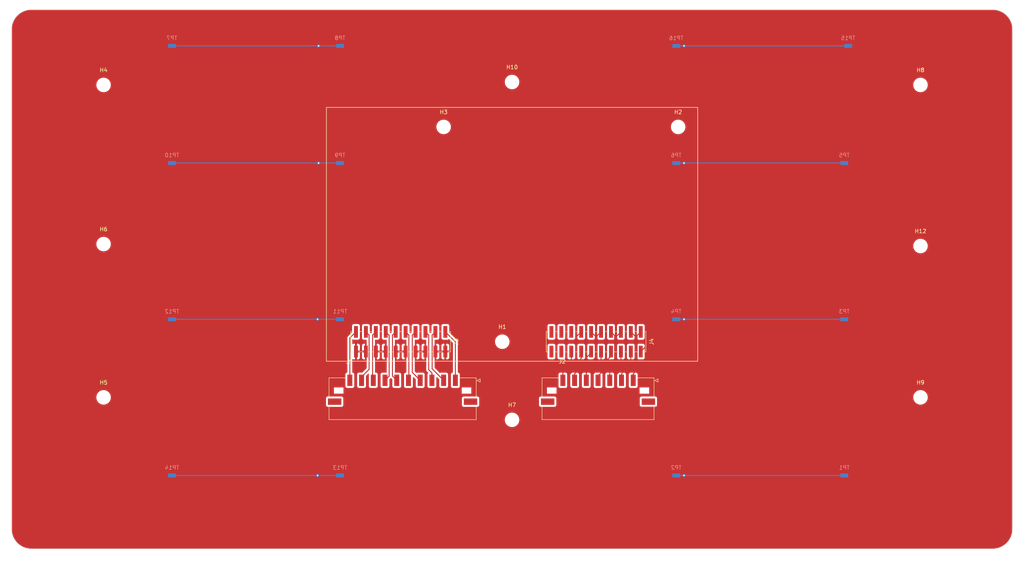
<source format=kicad_pcb>
(kicad_pcb (version 20221018) (generator pcbnew)
  (layers (0 "F.Cu" signal) (31 "B.Cu" signal) (34 "B.Paste" user) (35 "F.Paste" user) (36 "B.SilkS" user "B.Silkscreen") (37 "F.SilkS" user "F.Silkscreen") (38 "B.Mask" user) (39 "F.Mask" user) (44 "Edge.Cuts" user))
  (net 0 "")
  (net 1 "Net-(J2-Pin_1)")
  (net 2 "Net-(J2-Pin_2)")
  (net 3 "Net-(J2-Pin_3)")
  (net 4 "Net-(J2-Pin_4)")
  (net 5 "Net-(J2-Pin_5)")
  (net 6 "Net-(J2-Pin_6)")
  (net 7 "Net-(J2-Pin_7)")
  (net 8 "Net-(J4-Pin_1)")
  (net 9 "Net-(J4-Pin_3)")
  (net 10 "Net-(J4-Pin_5)")
  (net 11 "Net-(J4-Pin_7)")
  (net 12 "Net-(J4-Pin_9)")
  (net 13 "Net-(J4-Pin_11)")
  (net 14 "Net-(J4-Pin_13)")
  (net 15 "Net-(J4-Pin_15)")
  (net 21 "Net-(J1-Pin_10)")
  (net 22 "GND")
  (net 23 "Net-(J1-Pin_9)")
  (net 24 "Net-(J1-Pin_8)")
  (net 25 "Net-(J1-Pin_7)")
  (net 26 "Net-(J1-Pin_6)")
  (net 27 "Net-(J1-Pin_5)")
  (net 28 "Net-(J1-Pin_4)")
  (net 29 "Net-(J1-Pin_3)")
  (net 30 "Net-(J1-Pin_2)")
  (net 31 "Net-(J1-Pin_1)")
  (footprint "MountingHole:MountingHole_3.2mm_M3_DIN965" (layer "F.Cu") (at 252.5 39.25)
    (fp_text reference "H8" (at 0 -3.8) (layer "F.SilkS"))
    (fp_text value "MountingHole")
    (pad "" np_thru_hole circle (at 0 0) (size 3.2 3.2) (drill 3.2) (layers "*.Cu" "*.Mask"))
  )
  (footprint "Connector_PinSocket_2.54mm:PinSocket_2x10_P2.54mm_Vertical_SMD" (layer "F.Cu") (at 169.5 105 -90)
    (fp_text reference "J4" (at 0 -14.2 90) (layer "F.SilkS"))
    (fp_text value "Conn_02x10_Odd_Even")
    (fp_line (start -2.6 -12.76) (end -2.6 -12.19) (stroke (width 0.12)) (layer "F.SilkS"))
    (fp_line (start -2.6 -12.76) (end 2.6 -12.76) (stroke (width 0.12)) (layer "F.SilkS"))
    (fp_line (start -2.6 -10.67) (end -2.6 -9.65) (stroke (width 0.12)) (layer "F.SilkS"))
    (fp_line (start -2.6 -8.13) (end -2.6 -7.11) (stroke (width 0.12)) (layer "F.SilkS"))
    (fp_line (start -2.6 -5.59) (end -2.6 -4.57) (stroke (width 0.12)) (layer "F.SilkS"))
    (fp_line (start -2.6 -3.05) (end -2.6 -2.03) (stroke (width 0.12)) (layer "F.SilkS"))
    (fp_line (start -2.6 -0.51) (end -2.6 0.51) (stroke (width 0.12)) (layer "F.SilkS"))
    (fp_line (start -2.6 2.03) (end -2.6 3.05) (stroke (width 0.12)) (layer "F.SilkS"))
    (fp_line (start -2.6 4.57) (end -2.6 5.59) (stroke (width 0.12)) (layer "F.SilkS"))
    (fp_line (start -2.6 7.11) (end -2.6 8.13) (stroke (width 0.12)) (layer "F.SilkS"))
    (fp_line (start -2.6 9.65) (end -2.6 10.67) (stroke (width 0.12)) (layer "F.SilkS"))
    (fp_line (start -2.6 12.19) (end -2.6 12.76) (stroke (width 0.12)) (layer "F.SilkS"))
    (fp_line (start -2.6 12.76) (end 2.6 12.76) (stroke (width 0.12)) (layer "F.SilkS"))
    (fp_line (start 2.6 -12.76) (end 2.6 -12.19) (stroke (width 0.12)) (layer "F.SilkS"))
    (fp_line (start 2.6 -12.19) (end 3.96 -12.19) (stroke (width 0.12)) (layer "F.SilkS"))
    (fp_line (start 2.6 -10.67) (end 2.6 -9.65) (stroke (width 0.12)) (layer "F.SilkS"))
    (fp_line (start 2.6 -8.13) (end 2.6 -7.11) (stroke (width 0.12)) (layer "F.SilkS"))
    (fp_line (start 2.6 -5.59) (end 2.6 -4.57) (stroke (width 0.12)) (layer "F.SilkS"))
    (fp_line (start 2.6 -3.05) (end 2.6 -2.03) (stroke (width 0.12)) (layer "F.SilkS"))
    (fp_line (start 2.6 -0.51) (end 2.6 0.51) (stroke (width 0.12)) (layer "F.SilkS"))
    (fp_line (start 2.6 2.03) (end 2.6 3.05) (stroke (width 0.12)) (layer "F.SilkS"))
    (fp_line (start 2.6 4.57) (end 2.6 5.59) (stroke (width 0.12)) (layer "F.SilkS"))
    (fp_line (start 2.6 7.11) (end 2.6 8.13) (stroke (width 0.12)) (layer "F.SilkS"))
    (fp_line (start 2.6 9.65) (end 2.6 10.67) (stroke (width 0.12)) (layer "F.SilkS"))
    (fp_line (start 2.6 12.19) (end 2.6 12.76) (stroke (width 0.12)) (layer "F.SilkS"))
    (pad "1" smd rect (at 2.52 -11.43 270) (size 3 1) (layers "F.Cu" "F.Paste" "F.Mask") (net 8 "Net-(J4-Pin_1)"))
    (pad "2" smd rect (at -2.52 -11.43 270) (size 3 1) (layers "F.Cu" "F.Paste" "F.Mask") (net 1 "Net-(J2-Pin_1)"))
    (pad "3" smd rect (at 2.52 -8.89 270) (size 3 1) (layers "F.Cu" "F.Paste" "F.Mask") (net 9 "Net-(J4-Pin_3)"))
    (pad "4" smd rect (at -2.52 -8.89 270) (size 3 1) (layers "F.Cu" "F.Paste" "F.Mask") (net 2 "Net-(J2-Pin_2)"))
    (pad "5" smd rect (at 2.52 -6.35 270) (size 3 1) (layers "F.Cu" "F.Paste" "F.Mask") (net 10 "Net-(J4-Pin_5)"))
    (pad "6" smd rect (at -2.52 -6.35 270) (size 3 1) (layers "F.Cu" "F.Paste" "F.Mask") (net 3 "Net-(J2-Pin_3)"))
    (pad "7" smd rect (at 2.52 -3.81 270) (size 3 1) (layers "F.Cu" "F.Paste" "F.Mask") (net 11 "Net-(J4-Pin_7)"))
    (pad "8" smd rect (at -2.52 -3.81 270) (size 3 1) (layers "F.Cu" "F.Paste" "F.Mask") (net 4 "Net-(J2-Pin_4)"))
    (pad "9" smd rect (at 2.52 -1.27 270) (size 3 1) (layers "F.Cu" "F.Paste" "F.Mask") (net 12 "Net-(J4-Pin_9)"))
    (pad "10" smd rect (at -2.52 -1.27 270) (size 3 1) (layers "F.Cu" "F.Paste" "F.Mask") (net 5 "Net-(J2-Pin_5)"))
    (pad "11" smd rect (at 2.52 1.27 270) (size 3 1) (layers "F.Cu" "F.Paste" "F.Mask") (net 13 "Net-(J4-Pin_11)"))
    (pad "12" smd rect (at -2.52 1.27 270) (size 3 1) (layers "F.Cu" "F.Paste" "F.Mask") (net 6 "Net-(J2-Pin_6)"))
    (pad "13" smd rect (at 2.52 3.81 270) (size 3 1) (layers "F.Cu" "F.Paste" "F.Mask") (net 14 "Net-(J4-Pin_13)"))
    (pad "14" smd rect (at -2.52 3.81 270) (size 3 1) (layers "F.Cu" "F.Paste" "F.Mask") (net 7 "Net-(J2-Pin_7)"))
    (pad "15" smd rect (at 2.52 6.35 270) (size 3 1) (layers "F.Cu" "F.Paste" "F.Mask") (net 15 "Net-(J4-Pin_15)"))
    (pad "16" smd rect (at -2.52 6.35 270) (size 3 1) (layers "F.Cu" "F.Paste" "F.Mask"))
    (pad "17" smd rect (at 2.52 8.89 270) (size 3 1) (layers "F.Cu" "F.Paste" "F.Mask"))
    (pad "18" smd rect (at -2.52 8.89 270) (size 3 1) (layers "F.Cu" "F.Paste" "F.Mask"))
    (pad "19" smd rect (at 2.52 11.43 270) (size 3 1) (layers "F.Cu" "F.Paste" "F.Mask"))
    (pad "20" smd rect (at -2.52 11.43 270) (size 3 1) (layers "F.Cu" "F.Paste" "F.Mask"))
  )
  (footprint "MountingHole:MountingHole_3.2mm_M3_DIN965" (layer "F.Cu") (at 252.5 80.5)
    (fp_text reference "H12" (at 0 -3.8) (layer "F.SilkS"))
    (fp_text value "MountingHole")
    (pad "" np_thru_hole circle (at 0 0) (size 3.2 3.2) (drill 3.2) (layers "*.Cu" "*.Mask"))
  )
  (footprint "MountingHole:MountingHole_3.2mm_M3_DIN965" (layer "F.Cu") (at 43.5 80)
    (fp_text reference "H6" (at 0 -3.8) (layer "F.SilkS"))
    (fp_text value "MountingHole")
    (pad "" np_thru_hole circle (at 0 0) (size 3.2 3.2) (drill 3.2) (layers "*.Cu" "*.Mask"))
  )
  (footprint "MountingHole:MountingHole_3.2mm_M3_DIN965" (layer "F.Cu") (at 252.5 119.25)
    (fp_text reference "H9" (at 0 -3.8) (layer "F.SilkS"))
    (fp_text value "MountingHole")
    (pad "" np_thru_hole circle (at 0 0) (size 3.2 3.2) (drill 3.2) (layers "*.Cu" "*.Mask"))
  )
  (footprint "MountingHole:MountingHole_3.2mm_M3_DIN965" (layer "F.Cu") (at 148 125)
    (fp_text reference "H7" (at 0 -3.8) (layer "F.SilkS"))
    (fp_text value "MountingHole")
    (pad "" np_thru_hole circle (at 0 0) (size 3.2 3.2) (drill 3.2) (layers "*.Cu" "*.Mask"))
  )
  (footprint "MountingHole:MountingHole_3.2mm_M3_DIN965" (layer "F.Cu") (at 148 38.5)
    (fp_text reference "H10" (at 0 -3.8) (layer "F.SilkS"))
    (fp_text value "MountingHole")
    (pad "" np_thru_hole circle (at 0 0) (size 3.2 3.2) (drill 3.2) (layers "*.Cu" "*.Mask"))
  )
  (footprint "MountingHole:MountingHole_3.2mm_M3_DIN965" (layer "F.Cu") (at 43.5 39.25)
    (fp_text reference "H4" (at 0 -3.8) (layer "F.SilkS"))
    (fp_text value "MountingHole")
    (pad "" np_thru_hole circle (at 0 0) (size 3.2 3.2) (drill 3.2) (layers "*.Cu" "*.Mask"))
  )
  (footprint "MountingHole:MountingHole_3.2mm_M3_DIN965" (layer "F.Cu") (at 43.5 119.25)
    (fp_text reference "H5" (at 0 -3.8) (layer "F.SilkS"))
    (fp_text value "MountingHole")
    (pad "" np_thru_hole circle (at 0 0) (size 3.2 3.2) (drill 3.2) (layers "*.Cu" "*.Mask"))
  )
  (footprint "MountingHole:MountingHole_3.2mm_M3_DIN965" (layer "F.Cu") (at 130.5 50)
    (fp_text reference "H3" (at 0 -3.8) (layer "F.SilkS"))
    (fp_text value "MountingHole")
    (pad "" np_thru_hole circle (at 0 0) (size 3.2 3.2) (drill 3.2) (layers "*.Cu" "*.Mask"))
  )
  (footprint "Connector_PinSocket_2.54mm:PinSocket_2x10_P2.54mm_Vertical_SMD" (layer "F.Cu") (at 119.5 105 -90)
    (fp_text reference "J3" (at 0 -14.2 90) (layer "F.SilkS"))
    (fp_text value "Conn_02x10_Odd_Even")
    (fp_line (start -2.6 -12.76) (end -2.6 -12.19) (stroke (width 0.12)) (layer "F.SilkS"))
    (fp_line (start -2.6 -12.76) (end 2.6 -12.76) (stroke (width 0.12)) (layer "F.SilkS"))
    (fp_line (start -2.6 -10.67) (end -2.6 -9.65) (stroke (width 0.12)) (layer "F.SilkS"))
    (fp_line (start -2.6 -8.13) (end -2.6 -7.11) (stroke (width 0.12)) (layer "F.SilkS"))
    (fp_line (start -2.6 -5.59) (end -2.6 -4.57) (stroke (width 0.12)) (layer "F.SilkS"))
    (fp_line (start -2.6 -3.05) (end -2.6 -2.03) (stroke (width 0.12)) (layer "F.SilkS"))
    (fp_line (start -2.6 -0.51) (end -2.6 0.51) (stroke (width 0.12)) (layer "F.SilkS"))
    (fp_line (start -2.6 2.03) (end -2.6 3.05) (stroke (width 0.12)) (layer "F.SilkS"))
    (fp_line (start -2.6 4.57) (end -2.6 5.59) (stroke (width 0.12)) (layer "F.SilkS"))
    (fp_line (start -2.6 7.11) (end -2.6 8.13) (stroke (width 0.12)) (layer "F.SilkS"))
    (fp_line (start -2.6 9.65) (end -2.6 10.67) (stroke (width 0.12)) (layer "F.SilkS"))
    (fp_line (start -2.6 12.19) (end -2.6 12.76) (stroke (width 0.12)) (layer "F.SilkS"))
    (fp_line (start -2.6 12.76) (end 2.6 12.76) (stroke (width 0.12)) (layer "F.SilkS"))
    (fp_line (start 2.6 -12.76) (end 2.6 -12.19) (stroke (width 0.12)) (layer "F.SilkS"))
    (fp_line (start 2.6 -12.19) (end 3.96 -12.19) (stroke (width 0.12)) (layer "F.SilkS"))
    (fp_line (start 2.6 -10.67) (end 2.6 -9.65) (stroke (width 0.12)) (layer "F.SilkS"))
    (fp_line (start 2.6 -8.13) (end 2.6 -7.11) (stroke (width 0.12)) (layer "F.SilkS"))
    (fp_line (start 2.6 -5.59) (end 2.6 -4.57) (stroke (width 0.12)) (layer "F.SilkS"))
    (fp_line (start 2.6 -3.05) (end 2.6 -2.03) (stroke (width 0.12)) (layer "F.SilkS"))
    (fp_line (start 2.6 -0.51) (end 2.6 0.51) (stroke (width 0.12)) (layer "F.SilkS"))
    (fp_line (start 2.6 2.03) (end 2.6 3.05) (stroke (width 0.12)) (layer "F.SilkS"))
    (fp_line (start 2.6 4.57) (end 2.6 5.59) (stroke (width 0.12)) (layer "F.SilkS"))
    (fp_line (start 2.6 7.11) (end 2.6 8.13) (stroke (width 0.12)) (layer "F.SilkS"))
    (fp_line (start 2.6 9.65) (end 2.6 10.67) (stroke (width 0.12)) (layer "F.SilkS"))
    (fp_line (start 2.6 12.19) (end 2.6 12.76) (stroke (width 0.12)) (layer "F.SilkS"))
    (pad "1" smd rect (at 2.52 -11.43 270) (size 3 1) (layers "F.Cu" "F.Paste" "F.Mask") (net 22 "GND"))
    (pad "2" smd rect (at -2.52 -11.43 270) (size 3 1) (layers "F.Cu" "F.Paste" "F.Mask") (net 31 "Net-(J1-Pin_1)"))
    (pad "3" smd rect (at 2.52 -8.89 270) (size 3 1) (layers "F.Cu" "F.Paste" "F.Mask") (net 22 "GND"))
    (pad "4" smd rect (at -2.52 -8.89 270) (size 3 1) (layers "F.Cu" "F.Paste" "F.Mask") (net 30 "Net-(J1-Pin_2)"))
    (pad "5" smd rect (at 2.52 -6.35 270) (size 3 1) (layers "F.Cu" "F.Paste" "F.Mask") (net 22 "GND"))
    (pad "6" smd rect (at -2.52 -6.35 270) (size 3 1) (layers "F.Cu" "F.Paste" "F.Mask") (net 29 "Net-(J1-Pin_3)"))
    (pad "7" smd rect (at 2.52 -3.81 270) (size 3 1) (layers "F.Cu" "F.Paste" "F.Mask") (net 22 "GND"))
    (pad "8" smd rect (at -2.52 -3.81 270) (size 3 1) (layers "F.Cu" "F.Paste" "F.Mask") (net 28 "Net-(J1-Pin_4)"))
    (pad "9" smd rect (at 2.52 -1.27 270) (size 3 1) (layers "F.Cu" "F.Paste" "F.Mask") (net 22 "GND"))
    (pad "10" smd rect (at -2.52 -1.27 270) (size 3 1) (layers "F.Cu" "F.Paste" "F.Mask") (net 27 "Net-(J1-Pin_5)"))
    (pad "11" smd rect (at 2.52 1.27 270) (size 3 1) (layers "F.Cu" "F.Paste" "F.Mask") (net 22 "GND"))
    (pad "12" smd rect (at -2.52 1.27 270) (size 3 1) (layers "F.Cu" "F.Paste" "F.Mask") (net 26 "Net-(J1-Pin_6)"))
    (pad "13" smd rect (at 2.52 3.81 270) (size 3 1) (layers "F.Cu" "F.Paste" "F.Mask") (net 22 "GND"))
    (pad "14" smd rect (at -2.52 3.81 270) (size 3 1) (layers "F.Cu" "F.Paste" "F.Mask") (net 25 "Net-(J1-Pin_7)"))
    (pad "15" smd rect (at 2.52 6.35 270) (size 3 1) (layers "F.Cu" "F.Paste" "F.Mask") (net 22 "GND"))
    (pad "16" smd rect (at -2.52 6.35 270) (size 3 1) (layers "F.Cu" "F.Paste" "F.Mask") (net 24 "Net-(J1-Pin_8)"))
    (pad "17" smd rect (at 2.52 8.89 270) (size 3 1) (layers "F.Cu" "F.Paste" "F.Mask") (net 22 "GND"))
    (pad "18" smd rect (at -2.52 8.89 270) (size 3 1) (layers "F.Cu" "F.Paste" "F.Mask") (net 23 "Net-(J1-Pin_9)"))
    (pad "19" smd rect (at 2.52 11.43 270) (size 3 1) (layers "F.Cu" "F.Paste" "F.Mask") (net 22 "GND"))
    (pad "20" smd rect (at -2.52 11.43 270) (size 3 1) (layers "F.Cu" "F.Paste" "F.Mask") (net 21 "Net-(J1-Pin_10)"))
  )
  (footprint "MountingHole:MountingHole_3.2mm_M3_DIN965" (layer "F.Cu") (at 190.5 50)
    (fp_text reference "H2" (at 0 -3.8) (layer "F.SilkS"))
    (fp_text value "MountingHole")
    (pad "" np_thru_hole circle (at 0 0) (size 3.2 3.2) (drill 3.2) (layers "*.Cu" "*.Mask"))
  )
  (footprint "MountingHole:MountingHole_3.2mm_M3_DIN965" (layer "F.Cu") (at 145.5 105)
    (fp_text reference "H1" (at 0 -3.8) (layer "F.SilkS"))
    (fp_text value "MountingHole")
    (pad "" np_thru_hole circle (at 0 0) (size 3.2 3.2) (drill 3.2) (layers "*.Cu" "*.Mask"))
  )
  (footprint "Connector_Molex:MOLEX_436501012" (layer "F.Cu") (at 120 120)
    (fp_text reference "J1" (at -13.65 -9.9418) (layer "F.SilkS"))
    (fp_text value "Conn_01x10")
    (fp_line (start -18.825 -5.75) (end -18.825 -1) (stroke (width 0.127)) (layer "F.SilkS"))
    (fp_line (start -18.825 -5.75) (end -14.61 -5.75) (stroke (width 0.127)) (layer "F.SilkS"))
    (fp_line (start -18.825 1.68) (end -18.825 4.95) (stroke (width 0.127)) (layer "F.SilkS"))
    (fp_line (start 18.825 -5.75) (end 14.61 -5.75) (stroke (width 0.127)) (layer "F.SilkS"))
    (fp_line (start 18.825 -5.75) (end 18.825 -1) (stroke (width 0.127)) (layer "F.SilkS"))
    (fp_line (start 18.825 4.95) (end -18.825 4.95) (stroke (width 0.127)) (layer "F.SilkS"))
    (fp_line (start 18.825 4.95) (end 18.825 1.68) (stroke (width 0.127)) (layer "F.SilkS"))
    (fp_line (start 19.05 -5.07) (end 19.85 -5.47) (stroke (width 0.127)) (layer "F.SilkS"))
    (fp_line (start 19.85 -5.47) (end 19.85 -4.67) (stroke (width 0.127)) (layer "F.SilkS"))
    (fp_line (start 19.85 -4.67) (end 19.05 -5.07) (stroke (width 0.127)) (layer "F.SilkS"))
    (pad "1" smd rect (at 13.5 -5.12) (size 1.27 2.92) (layers "F.Cu" "F.Paste") (net 31 "Net-(J1-Pin_1)"))
    (pad "2" smd rect (at 10.5 -5.12) (size 1.27 2.92) (layers "F.Cu" "F.Paste") (net 30 "Net-(J1-Pin_2)"))
    (pad "3" smd rect (at 7.5 -5.12) (size 1.27 2.92) (layers "F.Cu" "F.Paste") (net 29 "Net-(J1-Pin_3)"))
    (pad "4" smd rect (at 4.5 -5.12) (size 1.27 2.92) (layers "F.Cu" "F.Paste") (net 28 "Net-(J1-Pin_4)"))
    (pad "5" smd rect (at 1.5 -5.12) (size 1.27 2.92) (layers "F.Cu" "F.Paste") (net 27 "Net-(J1-Pin_5)"))
    (pad "6" smd rect (at -1.5 -5.12) (size 1.27 2.92) (layers "F.Cu" "F.Paste") (net 26 "Net-(J1-Pin_6)"))
    (pad "7" smd rect (at -4.5 -5.12) (size 1.27 2.92) (layers "F.Cu" "F.Paste") (net 25 "Net-(J1-Pin_7)"))
    (pad "8" smd rect (at -7.5 -5.12) (size 1.27 2.92) (layers "F.Cu" "F.Paste") (net 24 "Net-(J1-Pin_8)"))
    (pad "9" smd rect (at -10.5 -5.12) (size 1.27 2.92) (layers "F.Cu" "F.Paste") (net 23 "Net-(J1-Pin_9)"))
    (pad "10" smd rect (at -13.5 -5.12) (size 1.27 2.92) (layers "F.Cu" "F.Paste") (net 21 "Net-(J1-Pin_10)"))
    (pad "S1" smd rect (at 17.385 0.35) (size 3.43 1.65) (layers "F.Cu" "F.Paste"))
    (pad "S2" smd rect (at -17.385 0.35) (size 3.43 1.65) (layers "F.Cu" "F.Paste"))
    (zone (net 0) (net_name "") (layer "F.Cu") (connect_pads (clearance 0)) (min_thickness 0.01)
      (keepout (tracks not_allowed) (vias not_allowed) (pads not_allowed) (copperpour not_allowed) (footprints allowed))
      (fill (thermal_gap 0.508) (thermal_bridge_width 0.508))
      (polygon (pts (xy 102.425 116.7) (xy 104.875 116.7) (xy 104.875 118.3) (xy 102.425 118.3)))
    )
    (zone (net 0) (net_name "") (layer "F.Cu") (connect_pads (clearance 0)) (min_thickness 0.01)
      (keepout (tracks not_allowed) (vias not_allowed) (pads not_allowed) (copperpour not_allowed) (footprints allowed))
      (fill (thermal_gap 0.508) (thermal_bridge_width 0.508))
      (polygon (pts (xy 135.125 116.7) (xy 137.575 116.7) (xy 137.575 118.300001) (xy 135.125 118.3)))
    )
  )
  (footprint "Connector_Molex:MOLEX_436500712" (layer "F.Cu") (at 170 120)
    (fp_text reference "J2" (at -9.15 -9.9418 180) (layer "F.SilkS"))
    (fp_text value "Conn_01x07")
    (fp_line (start -14.325 -5.75) (end -14.325 -1) (stroke (width 0.127)) (layer "F.SilkS"))
    (fp_line (start -14.325 -5.75) (end -10.11 -5.75) (stroke (width 0.127)) (layer "F.SilkS"))
    (fp_line (start -14.325 1.68) (end -14.325 4.95) (stroke (width 0.127)) (layer "F.SilkS"))
    (fp_line (start 14.325 -5.75) (end 10.11 -5.75) (stroke (width 0.127)) (layer "F.SilkS"))
    (fp_line (start 14.325 -5.75) (end 14.325 -1) (stroke (width 0.127)) (layer "F.SilkS"))
    (fp_line (start 14.325 4.95) (end -14.325 4.95) (stroke (width 0.127)) (layer "F.SilkS"))
    (fp_line (start 14.325 4.95) (end 14.325 1.68) (stroke (width 0.127)) (layer "F.SilkS"))
    (fp_line (start 14.55 -5.07) (end 15.35 -5.47) (stroke (width 0.127)) (layer "F.SilkS"))
    (fp_line (start 15.35 -5.47) (end 15.35 -4.67) (stroke (width 0.127)) (layer "F.SilkS"))
    (fp_line (start 15.35 -4.67) (end 14.55 -5.07) (stroke (width 0.127)) (layer "F.SilkS"))
    (pad "1" smd rect (at 9 -5.12) (size 1.27 2.92) (layers "F.Cu" "F.Paste") (net 1 "Net-(J2-Pin_1)"))
    (pad "2" smd rect (at 6 -5.12) (size 1.27 2.92) (layers "F.Cu" "F.Paste") (net 2 "Net-(J2-Pin_2)"))
    (pad "3" smd rect (at 3 -5.12) (size 1.27 2.92) (layers "F.Cu" "F.Paste") (net 3 "Net-(J2-Pin_3)"))
    (pad "4" smd rect (at 0 -5.12) (size 1.27 2.92) (layers "F.Cu" "F.Paste") (net 4 "Net-(J2-Pin_4)"))
    (pad "5" smd rect (at -3 -5.12) (size 1.27 2.92) (layers "F.Cu" "F.Paste") (net 5 "Net-(J2-Pin_5)"))
    (pad "6" smd rect (at -6 -5.12) (size 1.27 2.92) (layers "F.Cu" "F.Paste") (net 6 "Net-(J2-Pin_6)"))
    (pad "7" smd rect (at -9 -5.12) (size 1.27 2.92) (layers "F.Cu" "F.Paste") (net 7 "Net-(J2-Pin_7)"))
    (pad "S1" smd rect (at 12.885 0.35) (size 3.43 1.65) (layers "F.Cu" "F.Paste"))
    (pad "S2" smd rect (at -12.885 0.35) (size 3.43 1.65) (layers "F.Cu" "F.Paste"))
    (zone (net 0) (net_name "") (layer "F.Cu") (connect_pads (clearance 0)) (min_thickness 0.01)
      (keepout (tracks not_allowed) (vias not_allowed) (pads not_allowed) (copperpour not_allowed) (footprints allowed))
      (fill (thermal_gap 0.508) (thermal_bridge_width 0.508))
      (polygon (pts (xy 156.925 116.7) (xy 159.375 116.7) (xy 159.375 118.3) (xy 156.925 118.3)))
    )
    (zone (net 0) (net_name "") (layer "F.Cu") (connect_pads (clearance 0)) (min_thickness 0.01)
      (keepout (tracks not_allowed) (vias not_allowed) (pads not_allowed) (copperpour not_allowed) (footprints allowed))
      (fill (thermal_gap 0.508) (thermal_bridge_width 0.508))
      (polygon (pts (xy 180.625 116.7) (xy 183.075 116.7) (xy 183.075 118.3) (xy 180.625 118.3)))
    )
  )
  (footprint "TestPoint:PAD_1x2mm" (layer "B.Cu") (at 190 29.25 180)
    (fp_text reference "TP16" (at 0 2 unlocked) (layer "B.SilkS") (effects (font (thickness 0.1)) (justify mirror)))
    (fp_text value "TestPoint")
    (pad "1" smd rect (at 0 0 90) (size 1 2) (layers "B.Cu" "B.Paste" "B.Mask") (net 12 "Net-(J4-Pin_9)"))
  )
  (footprint "TestPoint:PAD_1x2mm" (layer "B.Cu") (at 104 99.25 180)
    (fp_text reference "TP11" (at 0 2 unlocked) (layer "B.SilkS") (effects (font (thickness 0.1)) (justify mirror)))
    (fp_text value "TestPoint")
    (pad "1" smd rect (at 0 0 90) (size 1 2) (layers "B.Cu" "B.Paste" "B.Mask") (net 9 "Net-(J4-Pin_3)"))
  )
  (footprint "TestPoint:PAD_1x2mm" (layer "B.Cu") (at 190 99.25 180)
    (fp_text reference "TP4" (at 0 2 unlocked) (layer "B.SilkS") (effects (font (thickness 0.1)) (justify mirror)))
    (fp_text value "TestPoint")
    (pad "1" smd rect (at 0 0 90) (size 1 2) (layers "B.Cu" "B.Paste" "B.Mask") (net 14 "Net-(J4-Pin_13)"))
  )
  (footprint "TestPoint:PAD_1x2mm" (layer "B.Cu") (at 234 29.25 180)
    (fp_text reference "TP15" (at 0 2 unlocked) (layer "B.SilkS") (effects (font (thickness 0.1)) (justify mirror)))
    (fp_text value "TestPoint")
    (pad "1" smd rect (at 0 0 90) (size 1 2) (layers "B.Cu" "B.Paste" "B.Mask") (net 12 "Net-(J4-Pin_9)"))
  )
  (footprint "TestPoint:PAD_1x2mm" (layer "B.Cu") (at 104 29.25 180)
    (fp_text reference "TP8" (at 0 2 unlocked) (layer "B.SilkS") (effects (font (thickness 0.1)) (justify mirror)))
    (fp_text value "TestPoint")
    (pad "1" smd rect (at 0 0 90) (size 1 2) (layers "B.Cu" "B.Paste" "B.Mask") (net 11 "Net-(J4-Pin_7)"))
  )
  (footprint "TestPoint:PAD_1x2mm" (layer "B.Cu") (at 233 59.25 180)
    (fp_text reference "TP5" (at 0 2 unlocked) (layer "B.SilkS") (effects (font (thickness 0.1)) (justify mirror)))
    (fp_text value "TestPoint")
    (pad "1" smd rect (at 0 0 90) (size 1 2) (layers "B.Cu" "B.Paste" "B.Mask") (net 13 "Net-(J4-Pin_11)"))
  )
  (footprint "TestPoint:PAD_1x2mm" (layer "B.Cu") (at 61 59.25 180)
    (fp_text reference "TP10" (at 0 2 unlocked) (layer "B.SilkS") (effects (font (thickness 0.1)) (justify mirror)))
    (fp_text value "TestPoint")
    (pad "1" smd rect (at 0 0 90) (size 1 2) (layers "B.Cu" "B.Paste" "B.Mask") (net 10 "Net-(J4-Pin_5)"))
  )
  (footprint "TestPoint:PAD_1x2mm" (layer "B.Cu") (at 233 99.25 180)
    (fp_text reference "TP3" (at 0 2 unlocked) (layer "B.SilkS") (effects (font (thickness 0.1)) (justify mirror)))
    (fp_text value "TestPoint")
    (pad "1" smd rect (at 0 0 90) (size 1 2) (layers "B.Cu" "B.Paste" "B.Mask") (net 14 "Net-(J4-Pin_13)"))
  )
  (footprint "TestPoint:PAD_1x2mm" (layer "B.Cu") (at 61 139.25 180)
    (fp_text reference "TP14" (at 0 2 unlocked) (layer "B.SilkS") (effects (font (thickness 0.1)) (justify mirror)))
    (fp_text value "TestPoint")
    (pad "1" smd rect (at 0 0 90) (size 1 2) (layers "B.Cu" "B.Paste" "B.Mask") (net 8 "Net-(J4-Pin_1)"))
  )
  (footprint "TestPoint:PAD_1x2mm" (layer "B.Cu") (at 61 29.25 180)
    (fp_text reference "TP7" (at 0 2 unlocked) (layer "B.SilkS") (effects (font (thickness 0.1)) (justify mirror)))
    (fp_text value "TestPoint")
    (pad "1" smd rect (at 0 0 90) (size 1 2) (layers "B.Cu" "B.Paste" "B.Mask") (net 11 "Net-(J4-Pin_7)"))
  )
  (footprint "TestPoint:PAD_1x2mm" (layer "B.Cu") (at 233 139.25 180)
    (fp_text reference "TP1" (at 0 2 unlocked) (layer "B.SilkS") (effects (font (thickness 0.1)) (justify mirror)))
    (fp_text value "TestPoint")
    (pad "1" smd rect (at 0 0 90) (size 1 2) (layers "B.Cu" "B.Paste" "B.Mask") (net 15 "Net-(J4-Pin_15)"))
  )
  (footprint "TestPoint:PAD_1x2mm" (layer "B.Cu") (at 61 99.25 180)
    (fp_text reference "TP12" (at 0 2 unlocked) (layer "B.SilkS") (effects (font (thickness 0.1)) (justify mirror)))
    (fp_text value "TestPoint")
    (pad "1" smd rect (at 0 0 90) (size 1 2) (layers "B.Cu" "B.Paste" "B.Mask") (net 9 "Net-(J4-Pin_3)"))
  )
  (footprint "TestPoint:PAD_1x2mm" (layer "B.Cu") (at 104 139.25 180)
    (fp_text reference "TP13" (at 0 2 unlocked) (layer "B.SilkS") (effects (font (thickness 0.1)) (justify mirror)))
    (fp_text value "TestPoint")
    (pad "1" smd rect (at 0 0 90) (size 1 2) (layers "B.Cu" "B.Paste" "B.Mask") (net 8 "Net-(J4-Pin_1)"))
  )
  (footprint "TestPoint:PAD_1x2mm" (layer "B.Cu") (at 190 139.25 180)
    (fp_text reference "TP2" (at 0 2 unlocked) (layer "B.SilkS") (effects (font (thickness 0.1)) (justify mirror)))
    (fp_text value "TestPoint")
    (pad "1" smd rect (at 0 0 90) (size 1 2) (layers "B.Cu" "B.Paste" "B.Mask") (net 15 "Net-(J4-Pin_15)"))
  )
  (footprint "TestPoint:PAD_1x2mm" (layer "B.Cu") (at 190 59.25 180)
    (fp_text reference "TP6" (at 0 2 unlocked) (layer "B.SilkS") (effects (font (thickness 0.1)) (justify mirror)))
    (fp_text value "TestPoint")
    (pad "1" smd rect (at 0 0 90) (size 1 2) (layers "B.Cu" "B.Paste" "B.Mask") (net 13 "Net-(J4-Pin_11)"))
  )
  (footprint "TestPoint:PAD_1x2mm" (layer "B.Cu") (at 104 59.25 180)
    (fp_text reference "TP9" (at 0 2 unlocked) (layer "B.SilkS") (effects (font (thickness 0.1)) (justify mirror)))
    (fp_text value "TestPoint")
    (pad "1" smd rect (at 0 0 90) (size 1 2) (layers "B.Cu" "B.Paste" "B.Mask") (net 10 "Net-(J4-Pin_5)"))
  )
  (gr_rect (start 100.5 45) (end 195.5 110) (stroke (width 0.15)) (fill none) (layer "F.SilkS"))
  (gr_arc (start 20 25) (mid 21.464466 21.464466) (end 25 20) (stroke (width 0.1)) (layer "Edge.Cuts"))
  (gr_arc (start 25 158) (mid 21.464466 156.535534) (end 20 153) (stroke (width 0.1)) (layer "Edge.Cuts"))
  (gr_line (start 20 25) (end 20 153) (stroke (width 0.1)) (layer "Edge.Cuts"))
  (gr_line (start 271 158) (end 25 158) (stroke (width 0.1)) (layer "Edge.Cuts"))
  (gr_line (start 276 153) (end 276 25) (stroke (width 0.1)) (layer "Edge.Cuts"))
  (gr_line (start 25 20) (end 271 20) (stroke (width 0.1)) (layer "Edge.Cuts"))
  (gr_arc (start 271 20) (mid 274.535534 21.464466) (end 276 25) (stroke (width 0.1)) (layer "Edge.Cuts"))
  (gr_arc (start 276 153) (mid 274.535534 156.535534) (end 271 158) (stroke (width 0.1)) (layer "Edge.Cuts"))
  (segment (start 180 112.25) (end 180 103.41) (width 0.25) (layer "F.Cu") (net 1))
  (segment (start 180 103.41) (end 180.93 102.48) (width 0.25) (layer "F.Cu") (net 1))
  (segment (start 179 114.88) (end 179 113.25) (width 0.25) (layer "F.Cu") (net 1))
  (segment (start 179 113.25) (end 180 112.25) (width 0.25) (layer "F.Cu") (net 1))
  (segment (start 176 114.88) (end 176 113.25) (width 0.25) (layer "F.Cu") (net 2))
  (segment (start 179.5 109.75) (end 179.5 103.59) (width 0.25) (layer "F.Cu") (net 2))
  (segment (start 179.5 103.59) (end 178.39 102.48) (width 0.25) (layer "F.Cu") (net 2))
  (segment (start 176 113.25) (end 179.5 109.75) (width 0.25) (layer "F.Cu") (net 2))
  (segment (start 173 114.88) (end 173 112.125) (width 0.25) (layer "F.Cu") (net 3))
  (segment (start 174.75 110.375) (end 174.75 103.58) (width 0.25) (layer "F.Cu") (net 3))
  (segment (start 174.75 103.58) (end 175.85 102.48) (width 0.25) (layer "F.Cu") (net 3))
  (segment (start 173 112.125) (end 174.75 110.375) (width 0.25) (layer "F.Cu") (net 3))
  (segment (start 170 113.75) (end 174.25 109.5) (width 0.25) (layer "F.Cu") (net 4))
  (segment (start 170 114.88) (end 170 113.75) (width 0.25) (layer "F.Cu") (net 4))
  (segment (start 174.25 103.42) (end 173.31 102.48) (width 0.25) (layer "F.Cu") (net 4))
  (segment (start 174.25 109.5) (end 174.25 103.42) (width 0.25) (layer "F.Cu") (net 4))
  (segment (start 169.75 103.5) (end 170.77 102.48) (width 0.25) (layer "F.Cu") (net 5))
  (segment (start 169.75 110.25) (end 169.75 103.5) (width 0.25) (layer "F.Cu") (net 5))
  (segment (start 167 114.88) (end 167 113) (width 0.25) (layer "F.Cu") (net 5))
  (segment (start 167 113) (end 169.75 110.25) (width 0.25) (layer "F.Cu") (net 5))
  (segment (start 164 114.88) (end 164 113.25) (width 0.25) (layer "F.Cu") (net 6))
  (segment (start 169.3 109.1) (end 169.3 103.55) (width 0.25) (layer "F.Cu") (net 6))
  (segment (start 164 113.25) (end 165.75 111.5) (width 0.25) (layer "F.Cu") (net 6))
  (segment (start 166.9 111.5) (end 169.3 109.1) (width 0.25) (layer "F.Cu") (net 6))
  (segment (start 169.3 103.55) (end 168.23 102.48) (width 0.25) (layer "F.Cu") (net 6))
  (segment (start 165.75 111.5) (end 166.9 111.5) (width 0.25) (layer "F.Cu") (net 6))
  (segment (start 161 114.88) (end 161 112.8125) (width 0.25) (layer "F.Cu") (net 7))
  (segment (start 164.5 103.67) (end 165.69 102.48) (width 0.25) (layer "F.Cu") (net 7))
  (segment (start 164.5 109.3125) (end 164.5 103.67) (width 0.25) (layer "F.Cu") (net 7))
  (segment (start 161 112.8125) (end 164.5 109.3125) (width 0.25) (layer "F.Cu") (net 7))
  (segment (start 98.25 101) (end 98.25 139.25) (width 0.25) (layer "F.Cu") (net 8))
  (segment (start 183.25 92) (end 177.75 86.5) (width 0.25) (layer "F.Cu") (net 8))
  (segment (start 112.75 86.5) (end 98.25 101) (width 0.25) (layer "F.Cu") (net 8))
  (segment (start 180.93 107.52) (end 183.25 105.2) (width 0.25) (layer "F.Cu") (net 8))
  (segment (start 183.25 105.2) (end 183.25 92) (width 0.25) (layer "F.Cu") (net 8))
  (segment (start 177.75 86.5) (end 112.75 86.5) (width 0.25) (layer "F.Cu") (net 8))
  (via (at 98.25 139.25) (size 0.8) (drill 0.4) (layers "F.Cu" "B.Cu") (net 8))
  (segment (start 98.25 139.25) (end 104 139.25) (width 0.25) (layer "B.Cu") (net 8))
  (segment (start 61 139.25) (end 98.25 139.25) (width 0.25) (layer "B.Cu") (net 8))
  (segment (start 184.25 118) (end 184.25 91.5) (width 0.25) (layer "F.Cu") (net 9))
  (segment (start 112 85.5) (end 98.25 99.25) (width 0.25) (layer "F.Cu") (net 9))
  (segment (start 183.5 118.75) (end 184.25 118) (width 0.25) (layer "F.Cu") (net 9))
  (segment (start 178.39 107.52) (end 178.39 109.745) (width 0.25) (layer "F.Cu") (net 9))
  (segment (start 176.25 118.75) (end 183.5 118.75) (width 0.25) (layer "F.Cu") (net 9))
  (segment (start 174.75 117.25) (end 176.25 118.75) (width 0.25) (layer "F.Cu") (net 9))
  (segment (start 178.25 85.5) (end 112 85.5) (width 0.25) (layer "F.Cu") (net 9))
  (segment (start 174.75 113.385) (end 174.75 117.25) (width 0.25) (layer "F.Cu") (net 9))
  (segment (start 178.39 109.745) (end 174.75 113.385) (width 0.25) (layer "F.Cu") (net 9))
  (segment (start 184.25 91.5) (end 178.25 85.5) (width 0.25) (layer "F.Cu") (net 9))
  (via (at 98.25 99.25) (size 0.8) (drill 0.4) (layers "F.Cu" "B.Cu") (net 9))
  (segment (start 61 99.25) (end 98.25 99.25) (width 0.25) (layer "B.Cu") (net 9))
  (segment (start 98.25 99.25) (end 104 99.25) (width 0.25) (layer "B.Cu") (net 9))
  (segment (start 153.5 59.25) (end 185.25 91) (width 0.25) (layer "F.Cu") (net 10))
  (segment (start 177.75 121.75) (end 174.25 118.25) (width 0.25) (layer "F.Cu") (net 10))
  (segment (start 185.25 121.75) (end 177.75 121.75) (width 0.25) (layer "F.Cu") (net 10))
  (segment (start 174.25 112.25) (end 175.85 110.65) (width 0.25) (layer "F.Cu") (net 10))
  (segment (start 175.85 110.65) (end 175.85 107.52) (width 0.25) (layer "F.Cu") (net 10))
  (segment (start 174.25 118.25) (end 174.25 112.25) (width 0.25) (layer "F.Cu") (net 10))
  (segment (start 185.25 91) (end 185.25 121.75) (width 0.25) (layer "F.Cu") (net 10))
  (segment (start 98.5 59.25) (end 153.5 59.25) (width 0.25) (layer "F.Cu") (net 10))
  (via (at 98.5 59.25) (size 0.8) (drill 0.4) (layers "F.Cu" "B.Cu") (net 10))
  (segment (start 98.5 59.25) (end 98 59.25) (width 0.25) (layer "B.Cu") (net 10))
  (segment (start 61 59.25) (end 98 59.25) (width 0.25) (layer "B.Cu") (net 10))
  (segment (start 98 59.25) (end 104 59.25) (width 0.25) (layer "B.Cu") (net 10))
  (segment (start 127.5 58.25) (end 98.5 29.25) (width 0.25) (layer "F.Cu") (net 11))
  (segment (start 173.31 107.52) (end 173.31 108.69) (width 0.25) (layer "F.Cu") (net 11))
  (segment (start 168.75 119.75) (end 171.75 122.75) (width 0.25) (layer "F.Cu") (net 11))
  (segment (start 186.25 122) (end 186.25 90.5) (width 0.25) (layer "F.Cu") (net 11))
  (segment (start 173.31 108.69) (end 168.75 113.25) (width 0.25) (layer "F.Cu") (net 11))
  (segment (start 171.75 122.75) (end 185.5 122.75) (width 0.25) (layer "F.Cu") (net 11))
  (segment (start 185.5 122.75) (end 186.25 122) (width 0.25) (layer "F.Cu") (net 11))
  (segment (start 154 58.25) (end 127.5 58.25) (width 0.25) (layer "F.Cu") (net 11))
  (segment (start 186.25 90.5) (end 154 58.25) (width 0.25) (layer "F.Cu") (net 11))
  (segment (start 168.75 113.25) (end 168.75 119.75) (width 0.25) (layer "F.Cu") (net 11))
  (via (at 98.5 29.25) (size 0.8) (drill 0.4) (layers "F.Cu" "B.Cu") (net 11))
  (segment (start 61 29.25) (end 98.5 29.25) (width 0.25) (layer "B.Cu") (net 11))
  (segment (start 98.5 29.25) (end 104 29.25) (width 0.25) (layer "B.Cu") (net 11))
  (segment (start 170.77 107.52) (end 170.77 110.285) (width 0.25) (layer "F.Cu") (net 12))
  (segment (start 187.25 34) (end 192 29.25) (width 0.25) (layer "F.Cu") (net 12))
  (segment (start 170.77 110.285) (end 168.25 112.805) (width 0.25) (layer "F.Cu") (net 12))
  (segment (start 168.25 112.805) (end 168.25 120.625) (width 0.25) (layer "F.Cu") (net 12))
  (segment (start 168.25 120.625) (end 171.375 123.75) (width 0.25) (layer "F.Cu") (net 12))
  (segment (start 186 123.75) (end 187.25 122.5) (width 0.25) (layer "F.Cu") (net 12))
  (segment (start 171.375 123.75) (end 186 123.75) (width 0.25) (layer "F.Cu") (net 12))
  (segment (start 187.25 122.5) (end 187.25 34) (width 0.25) (layer "F.Cu") (net 12))
  (via (at 192 29.25) (size 0.8) (drill 0.4) (layers "F.Cu" "B.Cu") (net 12))
  (segment (start 234 29.25) (end 192 29.25) (width 0.25) (layer "B.Cu") (net 12))
  (segment (start 192 29.25) (end 190 29.25) (width 0.25) (layer "B.Cu") (net 12))
  (segment (start 162.75 116.5) (end 171 124.75) (width 0.25) (layer "F.Cu") (net 13))
  (segment (start 168.23 107.86625) (end 162.75 113.34625) (width 0.25) (layer "F.Cu") (net 13))
  (segment (start 162.75 113.34625) (end 162.75 116.5) (width 0.25) (layer "F.Cu") (net 13))
  (segment (start 171 124.75) (end 186.5 124.75) (width 0.25) (layer "F.Cu") (net 13))
  (segment (start 186.5 124.75) (end 191 120.25) (width 0.25) (layer "F.Cu") (net 13))
  (segment (start 168.23 107.52) (end 168.23 107.86625) (width 0.25) (layer "F.Cu") (net 13))
  (segment (start 191 120.25) (end 191 60.25) (width 0.25) (layer "F.Cu") (net 13))
  (segment (start 191 60.25) (end 192 59.25) (width 0.25) (layer "F.Cu") (net 13))
  (via (at 192 59.25) (size 0.8) (drill 0.4) (layers "F.Cu" "B.Cu") (net 13))
  (segment (start 233 59.25) (end 192 59.25) (width 0.25) (layer "B.Cu") (net 13))
  (segment (start 192 59.25) (end 190 59.25) (width 0.25) (layer "B.Cu") (net 13))
  (segment (start 187 125.75) (end 192 120.75) (width 0.25) (layer "F.Cu") (net 14))
  (segment (start 170.75 125.75) (end 187 125.75) (width 0.25) (layer "F.Cu") (net 14))
  (segment (start 162.25 112.73) (end 162.25 117.25) (width 0.25) (layer "F.Cu") (net 14))
  (segment (start 162.25 117.25) (end 170.75 125.75) (width 0.25) (layer "F.Cu") (net 14))
  (segment (start 192 120.75) (end 192 99.25) (width 0.25) (layer "F.Cu") (net 14))
  (segment (start 165.69 107.52) (end 165.69 109.29) (width 0.25) (layer "F.Cu") (net 14))
  (segment (start 165.69 109.29) (end 162.25 112.73) (width 0.25) (layer "F.Cu") (net 14))
  (via (at 192 99.25) (size 0.8) (drill 0.4) (layers "F.Cu" "B.Cu") (net 14))
  (segment (start 233 99.25) (end 192 99.25) (width 0.25) (layer "B.Cu") (net 14))
  (segment (start 192 99.25) (end 190 99.25) (width 0.25) (layer "B.Cu") (net 14))
  (segment (start 192 139.25) (end 181 139.25) (width 0.25) (layer "F.Cu") (net 15))
  (segment (start 163.15 109.6) (end 163.15 107.52) (width 0.25) (layer "F.Cu") (net 15))
  (segment (start 159.75 113) (end 163.15 109.6) (width 0.25) (layer "F.Cu") (net 15))
  (segment (start 159.75 118) (end 159.75 113) (width 0.25) (layer "F.Cu") (net 15))
  (segment (start 181 139.25) (end 159.75 118) (width 0.25) (layer "F.Cu") (net 15))
  (via (at 192 139.25) (size 0.8) (drill 0.4) (layers "F.Cu" "B.Cu") (net 15))
  (segment (start 233 139.25) (end 192.5 139.25) (width 0.25) (layer "B.Cu") (net 15))
  (segment (start 192 139.25) (end 192.5 139.25) (width 0.25) (layer "B.Cu") (net 15))
  (segment (start 192.5 139.25) (end 190 139.25) (width 0.25) (layer "B.Cu") (net 15))
  (segment (start 106.5 104.05) (end 108.07 102.48) (width 0.25) (layer "F.Cu") (net 21))
  (segment (start 106.5 114.88) (end 106.5 104.05) (width 0.25) (layer "F.Cu") (net 21))
  (segment (start 111.435 112.065) (end 111.435 103.305) (width 0.25) (layer "F.Cu") (net 23))
  (segment (start 109.5 114.88) (end 109.5 114) (width 0.25) (layer "F.Cu") (net 23))
  (segment (start 111.435 103.305) (end 110.61 102.48) (width 0.25) (layer "F.Cu") (net 23))
  (segment (start 109.5 114) (end 111.435 112.065) (width 0.25) (layer "F.Cu") (net 23))
  (segment (start 112.5 114.88) (end 112.325 114.705) (width 0.25) (layer "F.Cu") (net 24))
  (segment (start 112.325 114.705) (end 112.325 103.305) (width 0.25) (layer "F.Cu") (net 24))
  (segment (start 112.325 103.305) (end 113.15 102.48) (width 0.25) (layer "F.Cu") (net 24))
  (segment (start 116.56 103.35) (end 115.69 102.48) (width 0.25) (layer "F.Cu") (net 25))
  (segment (start 115.5 114.88) (end 116.56 113.82) (width 0.25) (layer "F.Cu") (net 25))
  (segment (start 116.56 113.82) (end 116.56 103.35) (width 0.25) (layer "F.Cu") (net 25))
  (segment (start 117.405 113.785) (end 117.405 103.305) (width 0.25) (layer "F.Cu") (net 26))
  (segment (start 117.405 103.305) (end 118.23 102.48) (width 0.25) (layer "F.Cu") (net 26))
  (segment (start 118.5 114.88) (end 117.405 113.785) (width 0.25) (layer "F.Cu") (net 26))
  (segment (start 121.5 114.88) (end 121.595 114.785) (width 0.25) (layer "F.Cu") (net 27))
  (segment (start 121.595 114.785) (end 121.595 103.305) (width 0.25) (layer "F.Cu") (net 27))
  (segment (start 121.595 103.305) (end 120.77 102.48) (width 0.25) (layer "F.Cu") (net 27))
  (segment (start 124.5 114.88) (end 122.485 112.865) (width 0.25) (layer "F.Cu") (net 28))
  (segment (start 122.485 103.305) (end 123.31 102.48) (width 0.25) (layer "F.Cu") (net 28))
  (segment (start 122.485 112.865) (end 122.485 103.305) (width 0.25) (layer "F.Cu") (net 28))
  (segment (start 126.675 112.175) (end 126.675 103.305) (width 0.25) (layer "F.Cu") (net 29))
  (segment (start 126.675 103.305) (end 125.85 102.48) (width 0.25) (layer "F.Cu") (net 29))
  (segment (start 127.5 113) (end 126.675 112.175) (width 0.25) (layer "F.Cu") (net 29))
  (segment (start 127.5 114.88) (end 127.5 113) (width 0.25) (layer "F.Cu") (net 29))
  (segment (start 127.565 103.305) (end 128.39 102.48) (width 0.25) (layer "F.Cu") (net 30))
  (segment (start 127.565 111.945) (end 127.565 103.305) (width 0.25) (layer "F.Cu") (net 30))
  (segment (start 130.5 114.88) (end 127.565 111.945) (width 0.25) (layer "F.Cu") (net 30))
  (segment (start 133.5 105.05) (end 130.93 102.48) (width 0.25) (layer "F.Cu") (net 31))
  (segment (start 133.5 114.88) (end 133.5 105.05) (width 0.25) (layer "F.Cu") (net 31))
  (zone (net 22) (net_name "GND") (layer "F.Cu") (connect_pads (clearance 0.5)) (min_thickness 0.25) (fill yes (thermal_gap 0.5) (thermal_bridge_width 0.5))
    (polygon (pts (xy 17 17.5) (xy 279 17.5) (xy 279 162) (xy 17 162)))
  )
)
</source>
